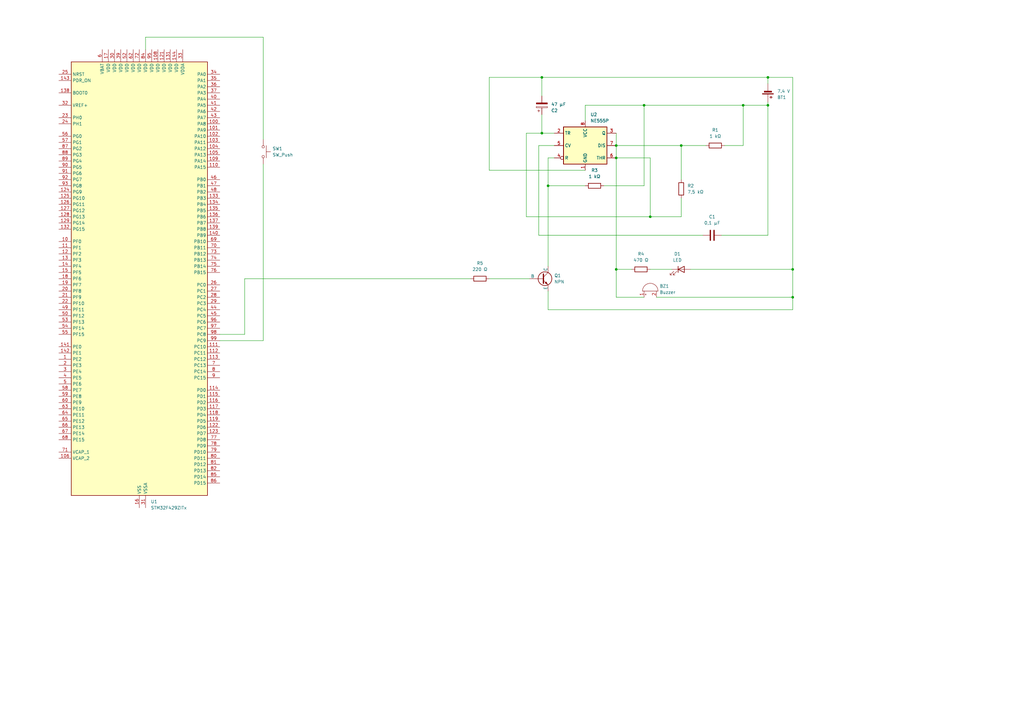
<source format=kicad_sch>
(kicad_sch (version 20250114) (generator "eeschema") (generator_version "9.0")
  (paper "A3")
  (title_block (title "Painting Guard") (date "2025-07-23") (company "Berk Can Ulubas"))
  (lib_symbols
    (symbol "Device:Battery_Cell" (pin_numbers (hide yes)) (pin_names (offset 0) (hide yes))
      (property "Reference" "BT" (at 2.54 2.54 0))
      (property "Value" "Battery_Cell" (at 2.54 0 0))
      (symbol "Battery_Cell_0_1"
        (rectangle (start -2.286 1.778) (end 2.286 1.524) (fill (type outline)))
        (rectangle (start -1.524 1.016) (end 1.524 0.508) (fill (type outline)))
        (polyline (pts (xy 0 1.778) (xy 0 2.54)))
        (polyline (pts (xy 0 0.762) (xy 0 0)))
        (polyline (pts (xy 0.762 3.048) (xy 1.778 3.048)) (stroke (width 0.254)))
        (polyline (pts (xy 1.27 3.556) (xy 1.27 2.54)) (stroke (width 0.254)))
      )
      (symbol "Battery_Cell_1_1"
        (pin passive line (at 0 5.08 270) (length 2.54) (name "+") (number "1"))
        (pin passive line (at 0 -2.54 90) (length 2.54) (name "-") (number "2"))
      )
    )
    (symbol "Device:Buzzer" (pin_names (offset 0.0254) (hide yes))
      (property "Reference" "BZ" (at 3.81 1.27 0))
      (property "Value" "Buzzer" (at 3.81 -1.27 0))
      (symbol "Buzzer_0_1"
        (polyline (pts (xy -1.651 1.905) (xy -1.143 1.905)))
        (polyline (pts (xy -1.397 2.159) (xy -1.397 1.651)))
        (arc (start 0 3.175) (mid 3.1612 0) (end 0 -3.175))
        (polyline (pts (xy 0 3.175) (xy 0 -3.175)))
      )
      (symbol "Buzzer_1_1"
        (pin passive line (at -2.54 2.54 0) (length 2.54) (name "+") (number "1"))
        (pin passive line (at -2.54 -2.54 0) (length 2.54) (name "-") (number "2"))
      )
    )
    (symbol "Device:C" (pin_numbers (hide yes)) (pin_names (offset 0.254))
      (property "Reference" "C" (at 0.635 2.54 0))
      (property "Value" "C" (at 0.635 -2.54 0))
      (symbol "C_0_1"
        (polyline (pts (xy -2.032 0.762) (xy 2.032 0.762)) (stroke (width 0.508)))
        (polyline (pts (xy -2.032 -0.762) (xy 2.032 -0.762)) (stroke (width 0.508)))
      )
      (symbol "C_1_1"
        (pin passive line (at 0 3.81 270) (length 2.794) (name "~") (number "1"))
        (pin passive line (at 0 -3.81 90) (length 2.794) (name "~") (number "2"))
      )
    )
    (symbol "Device:C_Polarized" (pin_numbers (hide yes)) (pin_names (offset 0.254))
      (property "Reference" "C" (at 0.635 2.54 0))
      (property "Value" "C_Polarized" (at 0.635 -2.54 0))
      (symbol "C_Polarized_0_1"
        (rectangle (start -2.286 0.508) (end 2.286 1.016))
        (polyline (pts (xy -1.778 2.286) (xy -0.762 2.286)))
        (polyline (pts (xy -1.27 2.794) (xy -1.27 1.778)))
        (rectangle (start 2.286 -0.508) (end -2.286 -1.016) (fill (type outline)))
      )
      (symbol "C_Polarized_1_1"
        (pin passive line (at 0 3.81 270) (length 2.794) (name "~") (number "1"))
        (pin passive line (at 0 -3.81 90) (length 2.794) (name "~") (number "2"))
      )
    )
    (symbol "Device:LED" (pin_numbers (hide yes)) (pin_names (offset 1.016) (hide yes))
      (property "Reference" "D" (at 0 2.54 0))
      (property "Value" "LED" (at 0 -2.54 0))
      (symbol "LED_0_1"
        (polyline (pts (xy -3.048 -0.762) (xy -4.572 -2.286) (xy -3.81 -2.286) (xy -4.572 -2.286) (xy -4.572 -1.524)))
        (polyline (pts (xy -1.778 -0.762) (xy -3.302 -2.286) (xy -2.54 -2.286) (xy -3.302 -2.286) (xy -3.302 -1.524)))
        (polyline (pts (xy -1.27 0) (xy 1.27 0)))
        (polyline (pts (xy -1.27 -1.27) (xy -1.27 1.27)) (stroke (width 0.254)))
        (polyline (pts (xy 1.27 -1.27) (xy 1.27 1.27) (xy -1.27 0) (xy 1.27 -1.27)) (stroke (width 0.254)))
      )
      (symbol "LED_1_1"
        (pin passive line (at -3.81 0 0) (length 2.54) (name "K") (number "1"))
        (pin passive line (at 3.81 0 180) (length 2.54) (name "A") (number "2"))
      )
    )
    (symbol "Device:R" (pin_numbers (hide yes)) (pin_names (offset 0))
      (property "Reference" "R" (at 2.032 0 90))
      (property "Value" "R" (at 0 0 90))
      (symbol "R_0_1"
        (rectangle (start -1.016 -2.54) (end 1.016 2.54) (stroke (width 0.254)))
      )
      (symbol "R_1_1"
        (pin passive line (at 0 3.81 270) (length 1.27) (name "~") (number "1"))
        (pin passive line (at 0 -3.81 90) (length 1.27) (name "~") (number "2"))
      )
    )
    (symbol "MCU_ST_STM32F4:STM32F429ZITx"
      (property "Reference" "U" (at -27.94 90.17 0))
      (property "Value" "STM32F429ZITx" (at 20.32 90.17 0))
      (symbol "STM32F429ZITx_0_1"
        (rectangle (start -27.94 -88.9) (end 27.94 88.9) (stroke (width 0.254)) (fill (type background)))
      )
      (symbol "STM32F429ZITx_1_1"
        (pin input line (at -33.02 83.82 0) (length 5.08) (name "NRST") (number "25"))
        (pin input line (at -33.02 81.28 0) (length 5.08) (name "PDR_ON") (number "143"))
        (pin input line (at -33.02 76.2 0) (length 5.08) (name "BOOT0") (number "138"))
        (pin input line (at -33.02 71.12 0) (length 5.08) (name "VREF+") (number "32"))
        (pin bidirectional line (at -33.02 66.04 0) (length 5.08) (name "PH0") (number "23"))
        (pin bidirectional line (at -33.02 63.5 0) (length 5.08) (name "PH1") (number "24"))
        (pin bidirectional line (at -33.02 58.42 0) (length 5.08) (name "PG0") (number "56"))
        (pin bidirectional line (at -33.02 55.88 0) (length 5.08) (name "PG1") (number "57"))
        (pin bidirectional line (at -33.02 53.34 0) (length 5.08) (name "PG2") (number "87"))
        (pin bidirectional line (at -33.02 50.8 0) (length 5.08) (name "PG3") (number "88"))
        (pin bidirectional line (at -33.02 48.26 0) (length 5.08) (name "PG4") (number "89"))
        (pin bidirectional line (at -33.02 45.72 0) (length 5.08) (name "PG5") (number "90"))
        (pin bidirectional line (at -33.02 43.18 0) (length 5.08) (name "PG6") (number "91"))
        (pin bidirectional line (at -33.02 40.64 0) (length 5.08) (name "PG7") (number "92"))
        (pin bidirectional line (at -33.02 38.1 0) (length 5.08) (name "PG8") (number "93"))
        (pin bidirectional line (at -33.02 35.56 0) (length 5.08) (name "PG9") (number "124"))
        (pin bidirectional line (at -33.02 33.02 0) (length 5.08) (name "PG10") (number "125"))
        (pin bidirectional line (at -33.02 30.48 0) (length 5.08) (name "PG11") (number "126"))
        (pin bidirectional line (at -33.02 27.94 0) (length 5.08) (name "PG12") (number "127"))
        (pin bidirectional line (at -33.02 25.4 0) (length 5.08) (name "PG13") (number "128"))
        (pin bidirectional line (at -33.02 22.86 0) (length 5.08) (name "PG14") (number "129"))
        (pin bidirectional line (at -33.02 20.32 0) (length 5.08) (name "PG15") (number "132"))
        (pin bidirectional line (at -33.02 15.24 0) (length 5.08) (name "PF0") (number "10"))
        (pin bidirectional line (at -33.02 12.7 0) (length 5.08) (name "PF1") (number "11"))
        (pin bidirectional line (at -33.02 10.16 0) (length 5.08) (name "PF2") (number "12"))
        (pin bidirectional line (at -33.02 7.62 0) (length 5.08) (name "PF3") (number "13"))
        (pin bidirectional line (at -33.02 5.08 0) (length 5.08) (name "PF4") (number "14"))
        (pin bidirectional line (at -33.02 2.54 0) (length 5.08) (name "PF5") (number "15"))
        (pin bidirectional line (at -33.02 0 0) (length 5.08) (name "PF6") (number "18"))
        (pin bidirectional line (at -33.02 -2.54 0) (length 5.08) (name "PF7") (number "19"))
        (pin bidirectional line (at -33.02 -5.08 0) (length 5.08) (name "PF8") (number "20"))
        (pin bidirectional line (at -33.02 -7.62 0) (length 5.08) (name "PF9") (number "21"))
        (pin bidirectional line (at -33.02 -10.16 0) (length 5.08) (name "PF10") (number "22"))
        (pin bidirectional line (at -33.02 -12.7 0) (length 5.08) (name "PF11") (number "49"))
        (pin bidirectional line (at -33.02 -15.24 0) (length 5.08) (name "PF12") (number "50"))
        (pin bidirectional line (at -33.02 -17.78 0) (length 5.08) (name "PF13") (number "53"))
        (pin bidirectional line (at -33.02 -20.32 0) (length 5.08) (name "PF14") (number "54"))
        (pin bidirectional line (at -33.02 -22.86 0) (length 5.08) (name "PF15") (number "55"))
        (pin bidirectional line (at -33.02 -27.94 0) (length 5.08) (name "PE0") (number "141"))
        (pin bidirectional line (at -33.02 -30.48 0) (length 5.08) (name "PE1") (number "142"))
        (pin bidirectional line (at -33.02 -33.02 0) (length 5.08) (name "PE2") (number "1"))
        (pin bidirectional line (at -33.02 -35.56 0) (length 5.08) (name "PE3") (number "2"))
        (pin bidirectional line (at -33.02 -38.1 0) (length 5.08) (name "PE4") (number "3"))
        (pin bidirectional line (at -33.02 -40.64 0) (length 5.08) (name "PE5") (number "4"))
        (pin bidirectional line (at -33.02 -43.18 0) (length 5.08) (name "PE6") (number "5"))
        (pin bidirectional line (at -33.02 -45.72 0) (length 5.08) (name "PE7") (number "58"))
        (pin bidirectional line (at -33.02 -48.26 0) (length 5.08) (name "PE8") (number "59"))
        (pin bidirectional line (at -33.02 -50.8 0) (length 5.08) (name "PE9") (number "60"))
        (pin bidirectional line (at -33.02 -53.34 0) (length 5.08) (name "PE10") (number "63"))
        (pin bidirectional line (at -33.02 -55.88 0) (length 5.08) (name "PE11") (number "64"))
        (pin bidirectional line (at -33.02 -58.42 0) (length 5.08) (name "PE12") (number "65"))
        (pin bidirectional line (at -33.02 -60.96 0) (length 5.08) (name "PE13") (number "66"))
        (pin bidirectional line (at -33.02 -63.5 0) (length 5.08) (name "PE14") (number "67"))
        (pin bidirectional line (at -33.02 -66.04 0) (length 5.08) (name "PE15") (number "68"))
        (pin power_out line (at -33.02 -71.12 0) (length 5.08) (name "VCAP_1") (number "71"))
        (pin power_out line (at -33.02 -73.66 0) (length 5.08) (name "VCAP_2") (number "106"))
        (pin power_in line (at -15.24 93.98 270) (length 5.08) (name "VBAT") (number "6"))
        (pin power_in line (at -12.7 93.98 270) (length 5.08) (name "VDD") (number "17"))
        (pin power_in line (at -10.16 93.98 270) (length 5.08) (name "VDD") (number "30"))
        (pin power_in line (at -7.62 93.98 270) (length 5.08) (name "VDD") (number "39"))
        (pin power_in line (at -5.08 93.98 270) (length 5.08) (name "VDD") (number "52"))
        (pin power_in line (at -2.54 93.98 270) (length 5.08) (name "VDD") (number "62"))
        (pin power_in line (at 0 93.98 270) (length 5.08) (name "VDD") (number "72"))
        (pin passive line (at 0 -93.98 90) (length 5.08) (hide yes) (name "VSS") (number "107"))
        (pin passive line (at 0 -93.98 90) (length 5.08) (hide yes) (name "VSS") (number "120"))
        (pin passive line (at 0 -93.98 90) (length 5.08) (hide yes) (name "VSS") (number "130"))
        (pin power_in line (at 0 -93.98 90) (length 5.08) (name "VSS") (number "16"))
        (pin passive line (at 0 -93.98 90) (length 5.08) (hide yes) (name "VSS") (number "38"))
        (pin passive line (at 0 -93.98 90) (length 5.08) (hide yes) (name "VSS") (number "51"))
        (pin passive line (at 0 -93.98 90) (length 5.08) (hide yes) (name "VSS") (number "61"))
        (pin passive line (at 0 -93.98 90) (length 5.08) (hide yes) (name "VSS") (number "83"))
        (pin passive line (at 0 -93.98 90) (length 5.08) (hide yes) (name "VSS") (number "94"))
        (pin power_in line (at 2.54 93.98 270) (length 5.08) (name "VDD") (number "84"))
        (pin power_in line (at 2.54 -93.98 90) (length 5.08) (name "VSSA") (number "31"))
        (pin power_in line (at 5.08 93.98 270) (length 5.08) (name "VDD") (number "95"))
        (pin power_in line (at 7.62 93.98 270) (length 5.08) (name "VDD") (number "108"))
        (pin power_in line (at 10.16 93.98 270) (length 5.08) (name "VDD") (number "121"))
        (pin power_in line (at 12.7 93.98 270) (length 5.08) (name "VDD") (number "131"))
        (pin power_in line (at 15.24 93.98 270) (length 5.08) (name "VDD") (number "144"))
        (pin power_in line (at 17.78 93.98 270) (length 5.08) (name "VDDA") (number "33"))
        (pin bidirectional line (at 33.02 83.82 180) (length 5.08) (name "PA0") (number "34"))
        (pin bidirectional line (at 33.02 81.28 180) (length 5.08) (name "PA1") (number "35"))
        (pin bidirectional line (at 33.02 78.74 180) (length 5.08) (name "PA2") (number "36"))
        (pin bidirectional line (at 33.02 76.2 180) (length 5.08) (name "PA3") (number "37"))
        (pin bidirectional line (at 33.02 73.66 180) (length 5.08) (name "PA4") (number "40"))
        (pin bidirectional line (at 33.02 71.12 180) (length 5.08) (name "PA5") (number "41"))
        (pin bidirectional line (at 33.02 68.58 180) (length 5.08) (name "PA6") (number "42"))
        (pin bidirectional line (at 33.02 66.04 180) (length 5.08) (name "PA7") (number "43"))
        (pin bidirectional line (at 33.02 63.5 180) (length 5.08) (name "PA8") (number "100"))
        (pin bidirectional line (at 33.02 60.96 180) (length 5.08) (name "PA9") (number "101"))
        (pin bidirectional line (at 33.02 58.42 180) (length 5.08) (name "PA10") (number "102"))
        (pin bidirectional line (at 33.02 55.88 180) (length 5.08) (name "PA11") (number "103"))
        (pin bidirectional line (at 33.02 53.34 180) (length 5.08) (name "PA12") (number "104"))
        (pin bidirectional line (at 33.02 50.8 180) (length 5.08) (name "PA13") (number "105"))
        (pin bidirectional line (at 33.02 48.26 180) (length 5.08) (name "PA14") (number "109"))
        (pin bidirectional line (at 33.02 45.72 180) (length 5.08) (name "PA15") (number "110"))
        (pin bidirectional line (at 33.02 40.64 180) (length 5.08) (name "PB0") (number "46"))
        (pin bidirectional line (at 33.02 38.1 180) (length 5.08) (name "PB1") (number "47"))
        (pin bidirectional line (at 33.02 35.56 180) (length 5.08) (name "PB2") (number "48"))
        (pin bidirectional line (at 33.02 33.02 180) (length 5.08) (name "PB3") (number "133"))
        (pin bidirectional line (at 33.02 30.48 180) (length 5.08) (name "PB4") (number "134"))
        (pin bidirectional line (at 33.02 27.94 180) (length 5.08) (name "PB5") (number "135"))
        (pin bidirectional line (at 33.02 25.4 180) (length 5.08) (name "PB6") (number "136"))
        (pin bidirectional line (at 33.02 22.86 180) (length 5.08) (name "PB7") (number "137"))
        (pin bidirectional line (at 33.02 20.32 180) (length 5.08) (name "PB8") (number "139"))
        (pin bidirectional line (at 33.02 17.78 180) (length 5.08) (name "PB9") (number "140"))
        (pin bidirectional line (at 33.02 15.24 180) (length 5.08) (name "PB10") (number "69"))
        (pin bidirectional line (at 33.02 12.7 180) (length 5.08) (name "PB11") (number "70"))
        (pin bidirectional line (at 33.02 10.16 180) (length 5.08) (name "PB12") (number "73"))
        (pin bidirectional line (at 33.02 7.62 180) (length 5.08) (name "PB13") (number "74"))
        (pin bidirectional line (at 33.02 5.08 180) (length 5.08) (name "PB14") (number "75"))
        (pin bidirectional line (at 33.02 2.54 180) (length 5.08) (name "PB15") (number "76"))
        (pin bidirectional line (at 33.02 -2.54 180) (length 5.08) (name "PC0") (number "26"))
        (pin bidirectional line (at 33.02 -5.08 180) (length 5.08) (name "PC1") (number "27"))
        (pin bidirectional line (at 33.02 -7.62 180) (length 5.08) (name "PC2") (number "28"))
        (pin bidirectional line (at 33.02 -10.16 180) (length 5.08) (name "PC3") (number "29"))
        (pin bidirectional line (at 33.02 -12.7 180) (length 5.08) (name "PC4") (number "44"))
        (pin bidirectional line (at 33.02 -15.24 180) (length 5.08) (name "PC5") (number "45"))
        (pin bidirectional line (at 33.02 -17.78 180) (length 5.08) (name "PC6") (number "96"))
        (pin bidirectional line (at 33.02 -20.32 180) (length 5.08) (name "PC7") (number "97"))
        (pin bidirectional line (at 33.02 -22.86 180) (length 5.08) (name "PC8") (number "98"))
        (pin bidirectional line (at 33.02 -25.4 180) (length 5.08) (name "PC9") (number "99"))
        (pin bidirectional line (at 33.02 -27.94 180) (length 5.08) (name "PC10") (number "111"))
        (pin bidirectional line (at 33.02 -30.48 180) (length 5.08) (name "PC11") (number "112"))
        (pin bidirectional line (at 33.02 -33.02 180) (length 5.08) (name "PC12") (number "113"))
        (pin bidirectional line (at 33.02 -35.56 180) (length 5.08) (name "PC13") (number "7"))
        (pin bidirectional line (at 33.02 -38.1 180) (length 5.08) (name "PC14") (number "8"))
        (pin bidirectional line (at 33.02 -40.64 180) (length 5.08) (name "PC15") (number "9"))
        (pin bidirectional line (at 33.02 -45.72 180) (length 5.08) (name "PD0") (number "114"))
        (pin bidirectional line (at 33.02 -48.26 180) (length 5.08) (name "PD1") (number "115"))
        (pin bidirectional line (at 33.02 -50.8 180) (length 5.08) (name "PD2") (number "116"))
        (pin bidirectional line (at 33.02 -53.34 180) (length 5.08) (name "PD3") (number "117"))
        (pin bidirectional line (at 33.02 -55.88 180) (length 5.08) (name "PD4") (number "118"))
        (pin bidirectional line (at 33.02 -58.42 180) (length 5.08) (name "PD5") (number "119"))
        (pin bidirectional line (at 33.02 -60.96 180) (length 5.08) (name "PD6") (number "122"))
        (pin bidirectional line (at 33.02 -63.5 180) (length 5.08) (name "PD7") (number "123"))
        (pin bidirectional line (at 33.02 -66.04 180) (length 5.08) (name "PD8") (number "77"))
        (pin bidirectional line (at 33.02 -68.58 180) (length 5.08) (name "PD9") (number "78"))
        (pin bidirectional line (at 33.02 -71.12 180) (length 5.08) (name "PD10") (number "79"))
        (pin bidirectional line (at 33.02 -73.66 180) (length 5.08) (name "PD11") (number "80"))
        (pin bidirectional line (at 33.02 -76.2 180) (length 5.08) (name "PD12") (number "81"))
        (pin bidirectional line (at 33.02 -78.74 180) (length 5.08) (name "PD13") (number "82"))
        (pin bidirectional line (at 33.02 -81.28 180) (length 5.08) (name "PD14") (number "85"))
        (pin bidirectional line (at 33.02 -83.82 180) (length 5.08) (name "PD15") (number "86"))
      )
    )
    (symbol "Simulation_SPICE:NPN" (pin_numbers (hide yes)) (pin_names (offset 0))
      (property "Reference" "Q" (at -2.54 7.62 0))
      (property "Value" "NPN" (at -2.54 5.08 0))
      (symbol "NPN_0_1"
        (polyline (pts (xy -2.54 0) (xy 0.635 0)) (stroke (width 0.1524)))
        (polyline (pts (xy 0.635 1.905) (xy 0.635 -1.905) (xy 0.635 -1.905)) (stroke (width 0.508)))
        (polyline (pts (xy 0.635 0.635) (xy 2.54 2.54)))
        (polyline (pts (xy 0.635 -0.635) (xy 2.54 -2.54) (xy 2.54 -2.54)))
        (circle (center 1.27 0) (radius 2.8194) (stroke (width 0.254)))
        (polyline (pts (xy 1.27 -1.778) (xy 1.778 -1.27) (xy 2.286 -2.286) (xy 1.27 -1.778) (xy 1.27 -1.778)) (fill (type outline)))
        (polyline (pts (xy 2.794 -1.27) (xy 2.794 -1.27)) (stroke (width 0.1524)))
        (polyline (pts (xy 2.794 -1.27) (xy 2.794 -1.27)) (stroke (width 0.1524)))
      )
      (symbol "NPN_1_1"
        (pin input line (at -5.08 0 0) (length 2.54) (name "B") (number "2"))
        (pin open_collector line (at 2.54 5.08 270) (length 2.54) (name "C") (number "1"))
        (pin open_emitter line (at 2.54 -5.08 90) (length 2.54) (name "E") (number "3"))
      )
    )
    (symbol "Switch:SW_Push" (pin_numbers (hide yes)) (pin_names (offset 1.016) (hide yes))
      (property "Reference" "SW" (at 1.27 2.54 0))
      (property "Value" "SW_Push" (at 0 -1.524 0))
      (symbol "SW_Push_0_1"
        (circle (center -2.032 0) (radius 0.508))
        (polyline (pts (xy 0 1.27) (xy 0 3.048)))
        (circle (center 2.032 0) (radius 0.508))
        (polyline (pts (xy 2.54 1.27) (xy -2.54 1.27)))
        (pin passive line (at -5.08 0 0) (length 2.54) (name "1") (number "1"))
        (pin passive line (at 5.08 0 180) (length 2.54) (name "2") (number "2"))
      )
    )
    (symbol "Timer:NE555P"
      (property "Reference" "U" (at -10.16 8.89 0))
      (property "Value" "NE555P" (at 2.54 8.89 0))
      (symbol "NE555P_0_0"
        (pin power_in line (at 0 10.16 270) (length 2.54) (name "VCC") (number "8"))
        (pin power_in line (at 0 -10.16 90) (length 2.54) (name "GND") (number "1"))
      )
      (symbol "NE555P_0_1"
        (rectangle (start -8.89 -7.62) (end 8.89 7.62) (stroke (width 0.254)) (fill (type background)))
        (rectangle (start -8.89 -7.62) (end 8.89 7.62) (stroke (width 0.254)) (fill (type background)))
      )
      (symbol "NE555P_1_1"
        (pin input line (at -12.7 5.08 0) (length 3.81) (name "TR") (number "2"))
        (pin input line (at -12.7 0 0) (length 3.81) (name "CV") (number "5"))
        (pin input inverted (at -12.7 -5.08 0) (length 3.81) (name "R") (number "4"))
        (pin output line (at 12.7 5.08 180) (length 3.81) (name "Q") (number "3"))
        (pin input line (at 12.7 0 180) (length 3.81) (name "DIS") (number "7"))
        (pin input line (at 12.7 -5.08 180) (length 3.81) (name "THR") (number "6"))
      )
    )
  )
  (junction (at 314.96 31.75))
  (junction (at 224.79 76.2))
  (junction (at 314.96 43.18))
  (junction (at 252.73 59.69))
  (junction (at 304.8 43.18))
  (junction (at 325.12 121.92))
  (junction (at 264.16 43.18))
  (junction (at 252.73 110.49))
  (junction (at 279.4 59.69))
  (junction (at 222.25 54.61))
  (junction (at 325.12 110.49))
  (junction (at 266.7 88.9))
  (junction (at 252.73 64.77))
  (junction (at 222.25 31.75))
  (wire (pts (xy 252.73 59.69) (xy 279.4 59.69)))
  (wire (pts (xy 295.91 96.52) (xy 314.96 96.52)))
  (wire (pts (xy 279.4 59.69) (xy 279.4 73.66)))
  (wire (pts (xy 304.8 59.69) (xy 304.8 43.18)))
  (wire (pts (xy 224.79 64.77) (xy 227.33 64.77)))
  (wire (pts (xy 200.66 31.75) (xy 222.25 31.75)))
  (wire (pts (xy 193.04 114.3) (xy 100.33 114.3)))
  (wire (pts (xy 269.24 121.92) (xy 325.12 121.92)))
  (wire (pts (xy 107.95 139.7) (xy 107.95 67.31)))
  (wire (pts (xy 252.73 64.77) (xy 266.7 64.77)))
  (wire (pts (xy 222.25 54.61) (xy 227.33 54.61)))
  (wire (pts (xy 325.12 31.75) (xy 314.96 31.75)))
  (wire (pts (xy 266.7 88.9) (xy 215.9 88.9)))
  (wire (pts (xy 297.18 59.69) (xy 304.8 59.69)))
  (wire (pts (xy 279.4 81.28) (xy 279.4 88.9)))
  (wire (pts (xy 252.73 121.92) (xy 252.73 110.49)))
  (wire (pts (xy 314.96 31.75) (xy 314.96 34.29)))
  (wire (pts (xy 224.79 119.38) (xy 224.79 127)))
  (wire (pts (xy 247.65 76.2) (xy 264.16 76.2)))
  (wire (pts (xy 224.79 127) (xy 325.12 127)))
  (wire (pts (xy 220.98 59.69) (xy 227.33 59.69)))
  (wire (pts (xy 222.25 31.75) (xy 314.96 31.75)))
  (wire (pts (xy 288.29 96.52) (xy 220.98 96.52)))
  (wire (pts (xy 264.16 121.92) (xy 252.73 121.92)))
  (wire (pts (xy 325.12 110.49) (xy 325.12 31.75)))
  (wire (pts (xy 283.21 110.49) (xy 325.12 110.49)))
  (wire (pts (xy 314.96 43.18) (xy 314.96 41.91)))
  (wire (pts (xy 252.73 110.49) (xy 259.08 110.49)))
  (wire (pts (xy 252.73 54.61) (xy 252.73 59.69)))
  (wire (pts (xy 264.16 43.18) (xy 264.16 76.2)))
  (wire (pts (xy 200.66 114.3) (xy 217.17 114.3)))
  (wire (pts (xy 200.66 31.75) (xy 200.66 69.85)))
  (wire (pts (xy 215.9 54.61) (xy 215.9 88.9)))
  (wire (pts (xy 215.9 54.61) (xy 222.25 54.61)))
  (wire (pts (xy 240.03 76.2) (xy 224.79 76.2)))
  (wire (pts (xy 107.95 15.24) (xy 59.69 15.24)))
  (wire (pts (xy 240.03 69.85) (xy 200.66 69.85)))
  (wire (pts (xy 252.73 64.77) (xy 252.73 110.49)))
  (wire (pts (xy 100.33 114.3) (xy 100.33 137.16)))
  (wire (pts (xy 252.73 59.69) (xy 252.73 64.77)))
  (wire (pts (xy 224.79 76.2) (xy 224.79 109.22)))
  (wire (pts (xy 266.7 110.49) (xy 275.59 110.49)))
  (wire (pts (xy 59.69 15.24) (xy 59.69 20.32)))
  (wire (pts (xy 240.03 49.53) (xy 240.03 43.18)))
  (wire (pts (xy 314.96 96.52) (xy 314.96 43.18)))
  (wire (pts (xy 224.79 64.77) (xy 224.79 76.2)))
  (wire (pts (xy 279.4 59.69) (xy 289.56 59.69)))
  (wire (pts (xy 220.98 96.52) (xy 220.98 59.69)))
  (wire (pts (xy 240.03 43.18) (xy 264.16 43.18)))
  (wire (pts (xy 264.16 43.18) (xy 304.8 43.18)))
  (wire (pts (xy 90.17 139.7) (xy 107.95 139.7)))
  (wire (pts (xy 222.25 46.99) (xy 222.25 54.61)))
  (wire (pts (xy 107.95 57.15) (xy 107.95 15.24)))
  (wire (pts (xy 266.7 64.77) (xy 266.7 88.9)))
  (wire (pts (xy 279.4 88.9) (xy 266.7 88.9)))
  (wire (pts (xy 325.12 127) (xy 325.12 121.92)))
  (wire (pts (xy 222.25 39.37) (xy 222.25 31.75)))
  (wire (pts (xy 325.12 121.92) (xy 325.12 110.49)))
  (wire (pts (xy 100.33 137.16) (xy 90.17 137.16)))
  (wire (pts (xy 304.8 43.18) (xy 314.96 43.18)))
  (symbol (lib_id "Device:R") (at 262.89 110.49 270) (unit 1)
    (property "Reference" "R4" (at 262.89 104.14 90))
    (property "Value" "470 Ω" (at 262.89 106.68 90))
    (property "Description" "Resistor" (effects (hide yes)))
  )
  (symbol (lib_id "MCU_ST_STM32F4:STM32F429ZITx") (at 57.15 114.3 0) (unit 1)
    (property "Reference" "U1" (at 61.8333 205.74 0) (effects (justify left)))
    (property "Value" "STM32F429ZITx" (at 61.8333 208.28 0) (effects (justify left)))
    (property "Footprint" "Package_QFP:LQFP-144_20x20mm_P0.5mm" (effects (hide yes)))
    (property "Datasheet" "https://www.st.com/resource/en/datasheet/stm32f429zi.pdf" (effects (hide yes)))
    (property "Description" "STMicroelectronics Arm Cortex-M4 MCU, 2048KB flash, 256KB RAM, 180 MHz, 1.8-3.6V, 114 GPIO, LQFP144" (effects (hide yes)))
  )
  (symbol (lib_id "Device:R") (at 196.85 114.3 270) (unit 1)
    (property "Reference" "R5" (at 196.85 107.95 90))
    (property "Value" "220 Ω" (at 196.85 110.49 90))
    (property "Description" "Resistor" (effects (hide yes)))
  )
  (symbol (lib_id "Device:R") (at 279.4 77.47 0) (unit 1)
    (property "Reference" "R2" (at 281.94 76.1999 0) (effects (justify left)))
    (property "Value" "7,5 kΩ" (at 281.94 78.7399 0) (effects (justify left)))
    (property "Description" "Resistor" (effects (hide yes)))
  )
  (symbol (lib_id "Device:C_Polarized") (at 222.25 43.18 0) (mirror x) (unit 1)
    (property "Reference" "C2" (at 226.06 45.3391 0) (effects (justify left)))
    (property "Value" "47 µF" (at 226.06 42.7991 0) (effects (justify left)))
    (property "Description" "Polarized capacitor" (effects (hide yes)))
  )
  (symbol (lib_id "Device:R") (at 243.84 76.2 90) (unit 1)
    (property "Reference" "R3" (at 243.84 69.85 90))
    (property "Value" "1 kΩ" (at 243.84 72.39 90))
    (property "Description" "Resistor" (effects (hide yes)))
  )
  (symbol (lib_id "Device:Battery_Cell") (at 314.96 36.83 0) (mirror x) (unit 1)
    (property "Reference" "BT1" (at 318.77 39.9416 0) (effects (justify left)))
    (property "Value" "7.4 V" (at 318.77 37.4016 0) (effects (justify left)))
    (property "Description" "Single-cell battery" (effects (hide yes)))
  )
  (symbol (lib_id "Device:R") (at 293.37 59.69 270) (unit 1)
    (property "Reference" "R1" (at 293.37 53.34 90))
    (property "Value" "1 kΩ" (at 293.37 55.88 90))
    (property "Description" "Resistor" (effects (hide yes)))
  )
  (symbol (lib_id "Device:Buzzer") (at 266.7 119.38 90) (unit 1)
    (property "Reference" "BZ1" (at 270.51 117.3548 90) (effects (justify right)))
    (property "Value" "Buzzer" (at 270.51 119.8948 90) (effects (justify right)))
    (property "Description" "Buzzer, polarized" (effects (hide yes)))
  )
  (symbol (lib_id "Device:C") (at 292.1 96.52 270) (unit 1)
    (property "Reference" "C1" (at 292.1 88.9 90))
    (property "Value" "0,1 µF" (at 292.1 91.44 90))
    (property "Description" "Unpolarized capacitor" (effects (hide yes)))
  )
  (symbol (lib_id "Simulation_SPICE:NPN") (at 222.25 114.3 0) (unit 1)
    (property "Reference" "Q1" (at 227.33 113.0299 0) (effects (justify left)))
    (property "Value" "NPN" (at 227.33 115.5699 0) (effects (justify left)))
    (property "Datasheet" "https://ngspice.sourceforge.io/docs/ngspice-html-manual/manual.xhtml#cha_BJTs" (effects (hide yes)))
    (property "Description" "Bipolar transistor symbol for simulation only, substrate tied to the emitter" (effects (hide yes)))
    (property "Sim.Device" "NPN" (effects (hide yes)))
    (property "Sim.Type" "GUMMELPOON" (effects (hide yes)))
    (property "Sim.Pins" "1=C 2=B 3=E" (effects (hide yes)))
  )
  (symbol (lib_id "Device:LED") (at 279.4 110.49 0) (unit 1)
    (property "Reference" "D1" (at 277.8125 104.14 0))
    (property "Value" "LED" (at 277.8125 106.68 0))
    (property "Description" "Light emitting diode" (effects (hide yes)))
    (property "Sim.Pins" "1=K 2=A" (effects (hide yes)))
  )
  (symbol (lib_id "Switch:SW_Push") (at 107.95 62.23 270) (unit 1)
    (property "Reference" "SW1" (at 111.76 60.9599 90) (effects (justify left)))
    (property "Value" "SW_Push" (at 111.76 63.4999 90) (effects (justify left)))
    (property "Description" "Push button switch, generic, two pins" (effects (hide yes)))
  )
  (symbol (lib_id "Timer:NE555P") (at 240.03 59.69 0) (unit 1)
    (property "Reference" "U2" (at 242.1733 46.99 0) (effects (justify left)))
    (property "Value" "NE555P" (at 242.1733 49.53 0) (effects (justify left)))
    (property "Footprint" "Package_DIP:DIP-8_W7.62mm" (effects (hide yes)))
    (property "Datasheet" "http://www.ti.com/lit/ds/symlink/ne555.pdf" (effects (hide yes)))
    (property "Description" "Precision Timers, 555 compatible,  PDIP-8" (effects (hide yes)))
  )
)
</source>
